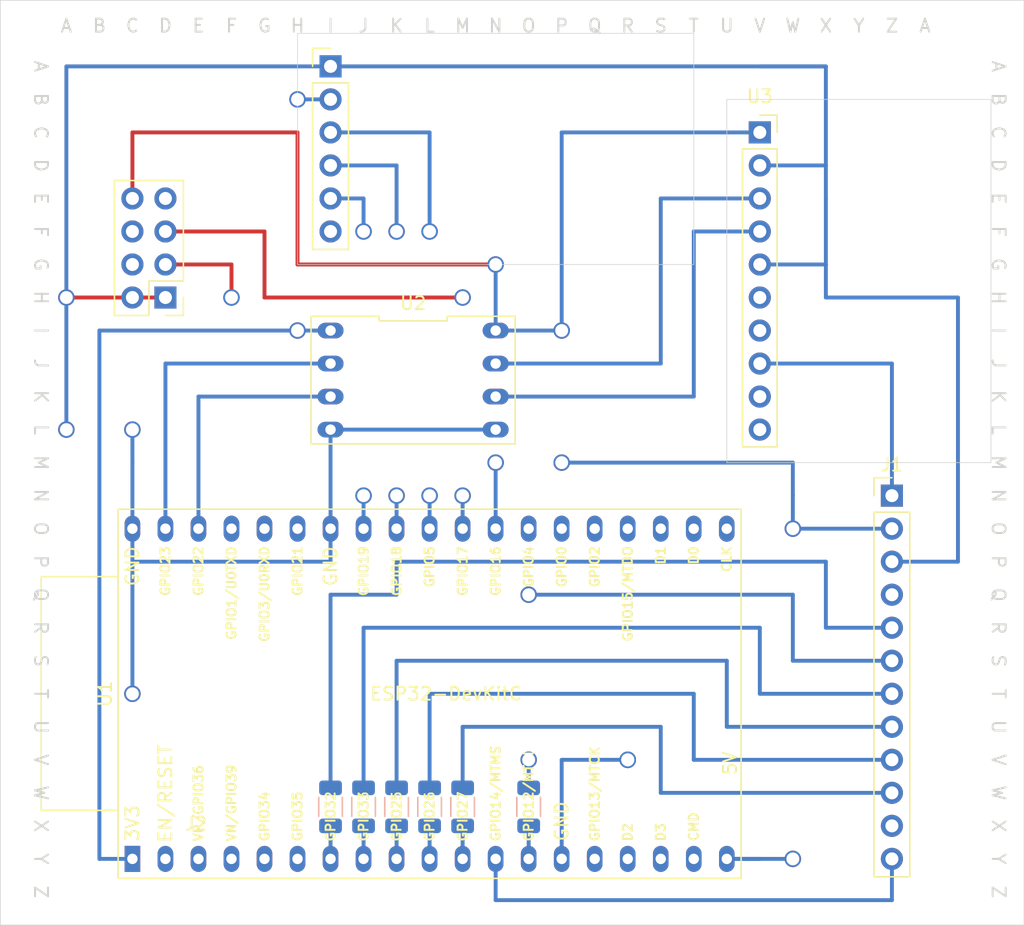
<source format=kicad_pcb>
(kicad_pcb (version 20241229) (generator "pcbnew") (generator_version "9.0")
  (layers (0 "F.Cu" signal) (4 "In1.Cu" signal) (6 "In2.Cu" signal) (2 "B.Cu" signal) (13 "F.Paste" user) (15 "B.Paste" user) (5 "F.SilkS" user "F.Silkscreen") (7 "B.SilkS" user "B.Silkscreen") (1 "F.Mask" user) (3 "B.Mask" user) (25 "Edge.Cuts" user))
  (net 0 "")
  (net 1 "GND")
  (net 2 "FAN230V_SLOW")
  (net 3 "HEATER")
  (net 4 "NC")
  (net 5 "MOTOR230V")
  (net 6 "VCC")
  (net 7 "LAMP230V")
  (net 8 "DOOR")
  (net 9 "INT_TEMPSENSOR")
  (net 10 "FAN230V")
  (net 11 "FAN12V")
  (net 12 "TX2")
  (net 13 "RX2")
  (net 14 "CS")
  (net 16 "SCK")
  (net 17 "SO")
  (net 18 "Net-(U1-32K_XP{slash}GPIO32{slash}ADC1_CH4)")
  (net 19 "Net-(U1-32K_XN{slash}GPIO33{slash}ADC1_CH5)")
  (net 20 "Net-(U1-MTDI{slash}GPIO12{slash}ADC2_CH5)")
  (net 21 "Net-(U1-DAC_1{slash}ADC2_CH8{slash}GPIO25)")
  (net 22 "Net-(U1-DAC_2{slash}ADC2_CH9{slash}GPIO26)")
  (net 23 "Net-(U1-ADC2_CH7{slash}GPIO27)")
  (net 46 "SDA_H")
  (net 47 "SCL_H")
  (net 48 "SDA_L")
  (net 49 "SCL_L")
  (net 50 "VDD")
  (footprint "Connector_PinHeader_2.54mm:PinHeader_1x06_P2.54mm_Vertical" (layer "F.Cu") (at 101.6 66.04)
    (property "Reference" "J3" (hide yes))
    (property "Value" "MAX6675")
    (fp_line (start -1.38 -1.38) (end 0 -1.38) (stroke (width 0.12)) (layer "F.SilkS"))
    (fp_line (start -1.38 0) (end -1.38 -1.38) (stroke (width 0.12)) (layer "F.SilkS"))
    (fp_line (start -1.38 1.27) (end -1.38 14.08) (stroke (width 0.12)) (layer "F.SilkS"))
    (fp_line (start -1.38 1.27) (end 1.38 1.27) (stroke (width 0.12)) (layer "F.SilkS"))
    (fp_line (start -1.38 14.08) (end 1.38 14.08) (stroke (width 0.12)) (layer "F.SilkS"))
    (fp_line (start 1.38 1.27) (end 1.38 14.08) (stroke (width 0.12)) (layer "F.SilkS"))
    (pad "1" thru_hole rect (at 0 0) (size 1.7 1.7) (drill 1) (layers "*.Cu" "*.Mask") (net 1 "GND"))
    (pad "2" thru_hole circle (at 0 2.54) (size 1.7 1.7) (drill 1) (layers "*.Cu" "*.Mask") (net 50 "VDD"))
    (pad "3" thru_hole circle (at 0 5.08) (size 1.7 1.7) (drill 1) (layers "*.Cu" "*.Mask") (net 14 "CS"))
    (pad "4" thru_hole circle (at 0 7.62) (size 1.7 1.7) (drill 1) (layers "*.Cu" "*.Mask") (net 16 "SCK"))
    (pad "5" thru_hole circle (at 0 10.16) (size 1.7 1.7) (drill 1) (layers "*.Cu" "*.Mask") (net 17 "SO"))
    (pad "6" thru_hole circle (at 0 12.7) (size 1.7 1.7) (drill 1) (layers "*.Cu" "*.Mask"))
  )
  (footprint "Connector_PinHeader_2.54mm:PinHeader_2x04_P2.54mm_Vertical" (layer "F.Cu") (at 88.9 83.82 180)
    (property "Reference" "J2" (at -2.3475 -40.48 0) (layer "F.SilkS"))
    (property "Value" "Conn_ESP32-S3")
    (fp_line (start 3.92 -1.38) (end 3.92 9) (stroke (width 0.12)) (layer "F.SilkS"))
    (fp_line (start 1.27 1.27) (end 1.27 -1.38) (stroke (width 0.12)) (layer "F.SilkS"))
    (fp_line (start 1.27 -1.38) (end 3.92 -1.38) (stroke (width 0.12)) (layer "F.SilkS"))
    (fp_line (start -1.38 9) (end 3.92 9) (stroke (width 0.12)) (layer "F.SilkS"))
    (fp_line (start -1.38 1.27) (end 1.27 1.27) (stroke (width 0.12)) (layer "F.SilkS"))
    (fp_line (start -1.38 1.27) (end -1.38 9) (stroke (width 0.12)) (layer "F.SilkS"))
    (fp_line (start -1.38 0) (end -1.38 -1.38) (stroke (width 0.12)) (layer "F.SilkS"))
    (fp_line (start -1.38 -1.38) (end 0 -1.38) (stroke (width 0.12)) (layer "F.SilkS"))
    (pad "1" thru_hole rect (at 0 0 180) (size 1.7 1.7) (drill 1) (layers "*.Cu" "*.Mask") (net 1 "GND"))
    (pad "2" thru_hole circle (at 2.54 0 180) (size 1.7 1.7) (drill 1) (layers "*.Cu" "*.Mask") (net 1 "GND"))
    (pad "3" thru_hole circle (at 0 2.54 180) (size 1.7 1.7) (drill 1) (layers "*.Cu" "*.Mask") (net 13 "RX2"))
    (pad "4" thru_hole circle (at 2.54 2.54 180) (size 1.7 1.7) (drill 1) (layers "*.Cu" "*.Mask"))
    (pad "5" thru_hole circle (at 0 5.08 180) (size 1.7 1.7) (drill 1) (layers "*.Cu" "*.Mask") (net 12 "TX2"))
    (pad "6" thru_hole circle (at 2.54 5.08 180) (size 1.7 1.7) (drill 1) (layers "*.Cu" "*.Mask"))
    (pad "7" thru_hole circle (at 0 7.62 180) (size 1.7 1.7) (drill 1) (layers "*.Cu" "*.Mask"))
    (pad "8" thru_hole circle (at 2.54 7.62 180) (size 1.7 1.7) (drill 1) (layers "*.Cu" "*.Mask") (net 6 "VCC"))
  )
  (footprint "Connector_PinSocket_2.54mm:PinSocket_1x10_P2.54mm_Vertical" (layer "F.Cu") (at 134.62 71.12)
    (property "Reference" "U3" (at 0 -2.77 0) (layer "F.SilkS"))
    (property "Value" "ADS1115_I2C_Shield")
    (fp_line (start -1.33 1.27) (end -1.33 24.19) (stroke (width 0.12)) (layer "F.SilkS"))
    (fp_line (start -1.33 1.27) (end 1.33 1.27) (stroke (width 0.12)) (layer "F.SilkS"))
    (fp_line (start -1.33 24.19) (end 1.33 24.19) (stroke (width 0.12)) (layer "F.SilkS"))
    (fp_line (start 0 -1.33) (end 1.33 -1.33) (stroke (width 0.12)) (layer "F.SilkS"))
    (fp_line (start 1.33 -1.33) (end 1.33 0) (stroke (width 0.12)) (layer "F.SilkS"))
    (fp_line (start 1.33 1.27) (end 1.33 24.19) (stroke (width 0.12)) (layer "F.SilkS"))
    (pad "1" thru_hole rect (at 0 0) (size 1.7 1.7) (drill 1) (layers "*.Cu" "*.Mask"))
    (pad "2" thru_hole circle (at 0 2.54) (size 1.7 1.7) (drill 1) (layers "*.Cu" "*.Mask") (net 1 "GND"))
    (pad "3" thru_hole circle (at 0 5.08) (size 1.7 1.7) (drill 1) (layers "*.Cu" "*.Mask") (net 47 "SCL_H"))
    (pad "4" thru_hole circle (at 0 7.62) (size 1.7 1.7) (drill 1) (layers "*.Cu" "*.Mask") (net 46 "SDA_H"))
    (pad "5" thru_hole circle (at 0 10.16) (size 1.7 1.7) (drill 1) (layers "*.Cu" "*.Mask") (net 1 "GND"))
    (pad "6" thru_hole circle (at 0 12.7) (size 1.7 1.7) (drill 1) (layers "*.Cu" "*.Mask"))
    (pad "7" thru_hole circle (at 0 15.24) (size 1.7 1.7) (drill 1) (layers "*.Cu" "*.Mask") (net 9 "INT_TEMPSENSOR"))
    (pad "8" thru_hole circle (at 0 17.78) (size 1.7 1.7) (drill 1) (layers "*.Cu" "*.Mask"))
    (pad "9" thru_hole circle (at 0 20.32) (size 1.7 1.7) (drill 1) (layers "*.Cu" "*.Mask"))
    (pad "10" thru_hole circle (at 0 22.86) (size 1.7 1.7) (drill 1) (layers "*.Cu" "*.Mask"))
  )
  (footprint "PCM_Espressif:ESP32-DevKitC" (layer "F.Cu") (at 86.36 127 90)
    (property "Reference" "U1" (at 12.7 -2.1 90) (layer "F.SilkS"))
    (property "Value" "ESP32-DevKitC" (at 12.7 24.13 0) (layer "F.SilkS"))
    (fp_line (start 21.71332 -7.01312) (end 21.71332 -1.12032) (stroke (width 0.12)) (layer "F.SilkS"))
    (fp_line (start 3.73012 -7.01312) (end 21.71332 -7.01312) (stroke (width 0.12)) (layer "F.SilkS"))
    (fp_line (start 3.73012 -1.12032) (end 3.73012 -7.01312) (stroke (width 0.12)) (layer "F.SilkS"))
    (fp_line (start 26.9 -1.1) (end -1.499999 -1.1) (stroke (width 0.12)) (layer "F.SilkS"))
    (fp_line (start -1.499999 -1.1) (end -1.5 46.82) (stroke (width 0.12)) (layer "F.SilkS"))
    (fp_line (start 26.899999 46.82) (end 26.9 -1.1) (stroke (width 0.12)) (layer "F.SilkS"))
    (fp_line (start -1.5 46.82) (end 26.899999 46.82) (stroke (width 0.12)) (layer "F.SilkS"))
    (fp_text user "GPIO18" (at 24.13 20.32 90) (layer "F.SilkS") (effects (font (size 0.7 0.7)) (justify right)))
    (fp_text user "GPIO22" (at 24.13 5.08 90) (layer "F.SilkS") (effects (font (size 0.7 0.7)) (justify right)))
    (fp_text user "GPIO12/MTDI" (at 1.27 30.48 90) (layer "F.SilkS") (effects (font (size 0.7 0.7)) (justify left)))
    (fp_text user "GPIO5" (at 24.13 22.86 90) (layer "F.SilkS") (effects (font (size 0.7 0.7)) (justify right)))
    (fp_text user "D2" (at 1.27 38.1 90) (layer "F.SilkS") (effects (font (size 0.7 0.7)) (justify left)))
    (fp_text user "3V3" (at 1.27 0 90) (layer "F.SilkS") (effects (justify left)))
    (fp_text user "GPIO35" (at 1.27 12.7 90) (layer "F.SilkS") (effects (font (size 0.7 0.7)) (justify left)))
    (fp_text user "GPIO25" (at 1.27 20.32 90) (layer "F.SilkS") (effects (font (size 0.7 0.7)) (justify left)))
    (fp_text user "GND" (at 24.13 0 90) (layer "F.SilkS") (effects (justify right)))
    (fp_text user "CMD" (at 1.27 43.18 90) (layer "F.SilkS") (effects (font (size 0.7 0.7)) (justify left)))
    (fp_text user "VP/GPIO36" (at 1.27 5.08 90) (layer "F.SilkS") (effects (font (size 0.7 0.7)) (justify left)))
    (fp_text user "D1" (at 24.13 40.64 90) (layer "F.SilkS") (effects (font (size 0.7 0.7)) (justify right)))
    (fp_text user "GPIO4" (at 24.13 30.48 90) (layer "F.SilkS") (effects (font (size 0.7 0.7)) (justify right)))
    (fp_text user "GPIO2" (at 24.13 35.56 90) (layer "F.SilkS") (effects (font (size 0.7 0.7)) (justify right)))
    (fp_text user "GPIO21" (at 24.13 12.7 90) (layer "F.SilkS") (effects (font (size 0.7 0.7)) (justify right)))
    (fp_text user "GPIO14/MTMS" (at 1.27 27.94 90) (layer "F.SilkS") (effects (font (size 0.7 0.7)) (justify left)))
    (fp_text user "GPIO13/MTCK" (at 1.27 35.56 90) (layer "F.SilkS") (effects (font (size 0.7 0.7)) (justify left)))
    (fp_text user "CLK" (at 24.13 45.72 90) (layer "F.SilkS") (effects (font (size 0.7 0.7)) (justify right)))
    (fp_text user "GPIO1/U0TXD" (at 24.13 7.62 90) (layer "F.SilkS") (effects (font (size 0.7 0.7)) (justify right)))
    (fp_text user "D3" (at 1.27 40.64 90) (layer "F.SilkS") (effects (font (size 0.7 0.7)) (justify left)))
    (fp_text user "GPIO16" (at 24.13 27.94 90) (layer "F.SilkS") (effects (font (size 0.7 0.7)) (justify right)))
    (fp_text user "GND" (at 1.27 33.02 90) (layer "F.SilkS") (effects (justify left)))
    (fp_text user "EN/RESET" (at 8.88632 2.53728 90) (layer "F.SilkS") (effects (justify right)))
    (fp_text user "GND" (at 24.13 15.24 90) (layer "F.SilkS") (effects (justify right)))
    (fp_text user "GPIO3/U0RXD" (at 24.13 10.16 90) (layer "F.SilkS") (effects (font (size 0.7 0.7)) (justify right)))
    (fp_text user "D0" (at 24.13 43.18 90) (layer "F.SilkS") (effects (font (size 0.7 0.7)) (justify right)))
    (fp_text user "GPIO33" (at 1.27 17.78 90) (layer "F.SilkS") (effects (font (size 0.7 0.7)) (justify left)))
    (fp_text user "GPIO32" (at 1.27 15.24 90) (layer "F.SilkS") (effects (font (size 0.7 0.7)) (justify left)))
    (fp_text user "GPIO15/MTDO" (at 24.13 38.1 90) (layer "F.SilkS") (effects (font (size 0.7 0.7)) (justify right)))
    (fp_text user "VN/GPIO39" (at 1.27 7.62 90) (layer "F.SilkS") (effects (font (size 0.7 0.7)) (justify left)))
    (fp_text user "GPIO34" (at 1.27 10.16 90) (layer "F.SilkS") (effects (font (size 0.7 0.7)) (justify left)))
    (fp_text user "GPIO17" (at 24.13 25.4 90) (layer "F.SilkS") (effects (font (size 0.7 0.7)) (justify right)))
    (fp_text user "GPIO26" (at 1.27 22.86 90) (layer "F.SilkS") (effects (font (size 0.7 0.7)) (justify left)))
    (fp_text user "5V" (at 6.34632 45.97128 90) (layer "F.SilkS") (effects (justify left)))
    (fp_text user "GPIO0" (at 24.13 33.02 90) (layer "F.SilkS") (effects (font (size 0.7 0.7)) (justify right)))
    (fp_text user "GPIO19" (at 24.13 17.78 90) (layer "F.SilkS") (effects (font (size 0.7 0.7)) (justify right)))
    (fp_text user "GPIO23" (at 24.13 2.54 90) (layer "F.SilkS") (effects (font (size 0.7 0.7)) (justify right)))
    (fp_text user "GPIO27" (at 1.27 25.4 90) (layer "F.SilkS") (effects (font (size 0.7 0.7)) (justify left)))
    (pad "1" thru_hole rect (at 0 0) (size 1.2 2) (drill 0.8) (layers "*.Cu" "*.Mask") (net 50 "VDD"))
    (pad "2" thru_hole oval (at 0 2.54) (size 1.2 2) (drill 0.8) (layers "*.Cu" "*.Mask"))
    (pad "3" thru_hole oval (at 0 5.08) (size 1.2 2) (drill 0.8) (layers "*.Cu" "*.Mask"))
    (pad "4" thru_hole oval (at 0 7.62) (size 1.2 2) (drill 0.8) (layers "*.Cu" "*.Mask"))
    (pad "5" thru_hole oval (at 0 10.16) (size 1.2 2) (drill 0.8) (layers "*.Cu" "*.Mask"))
    (pad "6" thru_hole oval (at 0 12.7) (size 1.2 2) (drill 0.8) (layers "*.Cu" "*.Mask"))
    (pad "7" thru_hole oval (at 0 15.24) (size 1.2 2) (drill 0.8) (layers "*.Cu" "*.Mask") (net 18 "Net-(U1-32K_XP{slash}GPIO32{slash}ADC1_CH4)"))
    (pad "8" thru_hole oval (at 0 17.78) (size 1.2 2) (drill 0.8) (layers "*.Cu" "*.Mask") (net 19 "Net-(U1-32K_XN{slash}GPIO33{slash}ADC1_CH5)"))
    (pad "9" thru_hole oval (at 0 20.32) (size 1.2 2) (drill 0.8) (layers "*.Cu" "*.Mask") (net 21 "Net-(U1-DAC_1{slash}ADC2_CH8{slash}GPIO25)"))
    (pad "10" thru_hole oval (at 0 22.86) (size 1.2 2) (drill 0.8) (layers "*.Cu" "*.Mask") (net 22 "Net-(U1-DAC_2{slash}ADC2_CH9{slash}GPIO26)"))
    (pad "11" thru_hole oval (at 0 25.4) (size 1.2 2) (drill 0.8) (layers "*.Cu" "*.Mask") (net 23 "Net-(U1-ADC2_CH7{slash}GPIO27)"))
    (pad "12" thru_hole oval (at 0 27.94) (size 1.2 2) (drill 0.8) (layers "*.Cu" "*.Mask") (net 8 "DOOR"))
    (pad "13" thru_hole oval (at 0 30.48) (size 1.2 2) (drill 0.8) (layers "*.Cu" "*.Mask") (net 20 "Net-(U1-MTDI{slash}GPIO12{slash}ADC2_CH5)"))
    (pad "14" thru_hole oval (at 0 33.02) (size 1.2 2) (drill 0.8) (layers "*.Cu" "*.Mask") (net 1 "GND"))
    (pad "15" thru_hole oval (at 0 35.56) (size 1.2 2) (drill 0.8) (layers "*.Cu" "*.Mask"))
    (pad "16" thru_hole oval (at 0 38.1) (size 1.2 2) (drill 0.8) (layers "*.Cu" "*.Mask"))
    (pad "17" thru_hole oval (at 0 40.64) (size 1.2 2) (drill 0.8) (layers "*.Cu" "*.Mask"))
    (pad "18" thru_hole oval (at 0 43.18) (size 1.2 2) (drill 0.8) (layers "*.Cu" "*.Mask"))
    (pad "19" thru_hole oval (at 0 45.72) (size 1.2 2) (drill 0.8) (layers "*.Cu" "*.Mask") (net 6 "VCC"))
    (pad "20" thru_hole oval (at 25.39632 45.71728) (size 1.2 2) (drill 0.8) (layers "*.Cu" "*.Mask"))
    (pad "21" thru_hole oval (at 25.39632 43.17728) (size 1.2 2) (drill 0.8) (layers "*.Cu" "*.Mask"))
    (pad "22" thru_hole oval (at 25.4 40.64) (size 1.2 2) (drill 0.8) (layers "*.Cu" "*.Mask"))
    (pad "23" thru_hole oval (at 25.4 38.1) (size 1.2 2) (drill 0.8) (layers "*.Cu" "*.Mask"))
    (pad "24" thru_hole oval (at 25.4 35.56) (size 1.2 2) (drill 0.8) (layers "*.Cu" "*.Mask"))
    (pad "25" thru_hole oval (at 25.4 33.02) (size 1.2 2) (drill 0.8) (layers "*.Cu" "*.Mask"))
    (pad "26" thru_hole oval (at 25.4 30.48) (size 1.2 2) (drill 0.8) (layers "*.Cu" "*.Mask"))
    (pad "27" thru_hole oval (at 25.4 27.94) (size 1.2 2) (drill 0.8) (layers "*.Cu" "*.Mask") (net 13 "RX2"))
    (pad "28" thru_hole oval (at 25.4 25.4) (size 1.2 2) (drill 0.8) (layers "*.Cu" "*.Mask") (net 12 "TX2"))
    (pad "29" thru_hole oval (at 25.4 22.86) (size 1.2 2) (drill 0.8) (layers "*.Cu" "*.Mask") (net 14 "CS"))
    (pad "30" thru_hole oval (at 25.4 20.32) (size 1.2 2) (drill 0.8) (layers "*.Cu" "*.Mask") (net 16 "SCK"))
    (pad "31" thru_hole oval (at 25.4 17.78) (size 1.2 2) (drill 0.8) (layers "*.Cu" "*.Mask") (net 17 "SO"))
    (pad "32" thru_hole oval (at 25.4 15.24) (size 1.2 2) (drill 0.8) (layers "*.Cu" "*.Mask") (net 1 "GND"))
    (pad "33" thru_hole oval (at 25.4 12.7) (size 1.2 2) (drill 0.8) (layers "*.Cu" "*.Mask"))
    (pad "34" thru_hole oval (at 25.4 10.16) (size 1.2 2) (drill 0.8) (layers "*.Cu" "*.Mask"))
    (pad "35" thru_hole oval (at 25.4 7.62) (size 1.2 2) (drill 0.8) (layers "*.Cu" "*.Mask"))
    (pad "36" thru_hole oval (at 25.4 5.08) (size 1.2 2) (drill 0.8) (layers "*.Cu" "*.Mask") (net 48 "SDA_L"))
    (pad "37" thru_hole oval (at 25.4 2.54) (size 1.2 2) (drill 0.8) (layers "*.Cu" "*.Mask") (net 49 "SCL_L"))
    (pad "38" thru_hole oval (at 25.4 0) (size 1.2 2) (drill 0.8) (layers "*.Cu" "*.Mask") (net 1 "GND"))
  )
  (footprint "Connector_Pin:LevelShifter_8pin_12.7mm" (layer "F.Cu") (at 107.95 90.17 -90)
    (property "Reference" "U2" (at -5.91 0 0) (layer "F.SilkS"))
    (property "Value" "~")
    (fp_line (start -4.91 7.85) (end 4.909999 7.85) (stroke (width 0.12)) (layer "F.SilkS"))
    (fp_line (start 4.909999 7.85) (end 4.91 -7.85) (stroke (width 0.12)) (layer "F.SilkS"))
    (fp_line (start -4.91 2.616666) (end -4.91 7.85) (stroke (width 0.12)) (layer "F.SilkS"))
    (fp_line (start -4.55 2.616666) (end -4.91 2.616666) (stroke (width 0.12)) (layer "F.SilkS"))
    (fp_line (start -4.91 -2.616666) (end -4.55 -2.616666) (stroke (width 0.12)) (layer "F.SilkS"))
    (fp_line (start -4.55 -2.616666) (end -4.55 2.616666) (stroke (width 0.12)) (layer "F.SilkS"))
    (fp_line (start -4.909999 -7.85) (end -4.91 -2.616666) (stroke (width 0.12)) (layer "F.SilkS"))
    (fp_line (start 4.91 -7.85) (end -4.909999 -7.85) (stroke (width 0.12)) (layer "F.SilkS"))
    (pad "1" thru_hole oval (at -3.81 6.35 270) (size 1.2 2) (drill 0.8) (layers "*.Cu" "*.Mask") (net 50 "VDD"))
    (pad "2" thru_hole oval (at -1.27 6.35 270) (size 1.2 2) (drill 0.8) (layers "*.Cu" "*.Mask") (net 49 "SCL_L"))
    (pad "3" thru_hole oval (at 1.27 6.35 270) (size 1.2 2) (drill 0.8) (layers "*.Cu" "*.Mask") (net 48 "SDA_L"))
    (pad "4" thru_hole oval (at 3.81 6.35 270) (size 1.2 2) (drill 0.8) (layers "*.Cu" "*.Mask") (net 1 "GND"))
    (pad "5" thru_hole oval (at 3.81 -6.35 270) (size 1.2 2) (drill 0.8) (layers "*.Cu" "*.Mask") (net 1 "GND"))
    (pad "6" thru_hole oval (at 1.27 -6.35 270) (size 1.2 2) (drill 0.8) (layers "*.Cu" "*.Mask") (net 46 "SDA_H"))
    (pad "7" thru_hole oval (at -1.27 -6.35 270) (size 1.2 2) (drill 0.8) (layers "*.Cu" "*.Mask") (net 47 "SCL_H"))
    (pad "8" thru_hole oval (at -3.81 -6.35 270) (size 1.2 2) (drill 0.8) (layers "*.Cu" "*.Mask") (net 6 "VCC"))
  )
  (footprint "Connector_PinHeader_2.54mm:PinHeader_1x12_P2.54mm_Vertical" (layer "F.Cu") (at 144.78 99.06)
    (property "Reference" "J1" (at 0 -2.38 0) (layer "F.SilkS"))
    (property "Value" "Board-Connector 12Pin")
    (fp_line (start -1.38 -1.38) (end 0 -1.38) (stroke (width 0.12)) (layer "F.SilkS"))
    (fp_line (start -1.38 0) (end -1.38 -1.38) (stroke (width 0.12)) (layer "F.SilkS"))
    (fp_line (start -1.38 1.27) (end -1.38 29.32) (stroke (width 0.12)) (layer "F.SilkS"))
    (fp_line (start -1.38 1.27) (end 1.38 1.27) (stroke (width 0.12)) (layer "F.SilkS"))
    (fp_line (start -1.38 29.32) (end 1.38 29.32) (stroke (width 0.12)) (layer "F.SilkS"))
    (fp_line (start 1.38 1.27) (end 1.38 29.32) (stroke (width 0.12)) (layer "F.SilkS"))
    (pad "1" thru_hole rect (at 0 0) (size 1.7 1.7) (drill 1) (layers "*.Cu" "*.Mask") (net 9 "INT_TEMPSENSOR"))
    (pad "2" thru_hole circle (at 0 2.54) (size 1.7 1.7) (drill 1) (layers "*.Cu" "*.Mask") (net 6 "VCC"))
    (pad "3" thru_hole circle (at 0 5.08) (size 1.7 1.7) (drill 1) (layers "*.Cu" "*.Mask") (net 1 "GND"))
    (pad "4" thru_hole circle (at 0 7.62) (size 1.7 1.7) (drill 1) (layers "*.Cu" "*.Mask") (net 4 "NC"))
    (pad "5" thru_hole circle (at 0 10.16) (size 1.7 1.7) (drill 1) (layers "*.Cu" "*.Mask") (net 11 "FAN12V"))
    (pad "6" thru_hole circle (at 0 12.7) (size 1.7 1.7) (drill 1) (layers "*.Cu" "*.Mask") (net 3 "HEATER"))
    (pad "7" thru_hole circle (at 0 15.24) (size 1.7 1.7) (drill 1) (layers "*.Cu" "*.Mask") (net 10 "FAN230V"))
    (pad "8" thru_hole circle (at 0 17.78) (size 1.7 1.7) (drill 1) (layers "*.Cu" "*.Mask") (net 7 "LAMP230V"))
    (pad "9" thru_hole circle (at 0 20.32) (size 1.7 1.7) (drill 1) (layers "*.Cu" "*.Mask") (net 5 "MOTOR230V"))
    (pad "10" thru_hole circle (at 0 22.86) (size 1.7 1.7) (drill 1) (layers "*.Cu" "*.Mask") (net 2 "FAN230V_SLOW"))
    (pad "11" thru_hole circle (at 0 25.4) (size 1.7 1.7) (drill 1) (layers "*.Cu" "*.Mask") (net 4 "NC"))
    (pad "12" thru_hole circle (at 0 27.94) (size 1.7 1.7) (drill 1) (layers "*.Cu" "*.Mask") (net 8 "DOOR"))
  )
  (footprint "Resistor_SMD:R_1206_3216Metric" (layer "B.Cu") (at 116.84 122.9975 -90)
    (property "Reference" "R3" (hide yes))
    (property "Value" "220" (hide yes))
    (fp_line (start -0.727064 0.91) (end 0.727064 0.91) (stroke (width 0.12)) (layer "B.SilkS"))
    (fp_line (start -0.727064 -0.91) (end 0.727064 -0.91) (stroke (width 0.12)) (layer "B.SilkS"))
    (pad "1" smd roundrect (at -1.4625 0 270) (size 1.125 1.75) (layers "B.Cu" "B.Mask" "B.Paste") (roundrect_rratio 0.222222) (net 3 "HEATER"))
    (pad "2" smd roundrect (at 1.4625 0 270) (size 1.125 1.75) (layers "B.Cu" "B.Mask" "B.Paste") (roundrect_rratio 0.222222) (net 20 "Net-(U1-MTDI{slash}GPIO12{slash}ADC2_CH5)"))
  )
  (footprint "Resistor_SMD:R_1206_3216Metric" (layer "B.Cu") (at 101.6 122.9975 -90)
    (property "Reference" "R1" (hide yes))
    (property "Value" "220" (hide yes))
    (fp_line (start -0.727064 0.91) (end 0.727064 0.91) (stroke (width 0.12)) (layer "B.SilkS"))
    (fp_line (start -0.727064 -0.91) (end 0.727064 -0.91) (stroke (width 0.12)) (layer "B.SilkS"))
    (pad "1" smd roundrect (at -1.4625 0 270) (size 1.125 1.75) (layers "B.Cu" "B.Mask" "B.Paste") (roundrect_rratio 0.222222) (net 11 "FAN12V"))
    (pad "2" smd roundrect (at 1.4625 0 270) (size 1.125 1.75) (layers "B.Cu" "B.Mask" "B.Paste") (roundrect_rratio 0.222222) (net 18 "Net-(U1-32K_XP{slash}GPIO32{slash}ADC1_CH4)"))
  )
  (footprint "Resistor_SMD:R_1206_3216Metric" (layer "B.Cu") (at 104.14 122.9975 -90)
    (property "Reference" "R2" (hide yes))
    (property "Value" "220" (hide yes))
    (fp_line (start -0.727064 0.91) (end 0.727064 0.91) (stroke (width 0.12)) (layer "B.SilkS"))
    (fp_line (start -0.727064 -0.91) (end 0.727064 -0.91) (stroke (width 0.12)) (layer "B.SilkS"))
    (pad "1" smd roundrect (at -1.4625 0 270) (size 1.125 1.75) (layers "B.Cu" "B.Mask" "B.Paste") (roundrect_rratio 0.222222) (net 10 "FAN230V"))
    (pad "2" smd roundrect (at 1.4625 0 270) (size 1.125 1.75) (layers "B.Cu" "B.Mask" "B.Paste") (roundrect_rratio 0.222222) (net 19 "Net-(U1-32K_XN{slash}GPIO33{slash}ADC1_CH5)"))
  )
  (footprint "Resistor_SMD:R_1206_3216Metric" (layer "B.Cu") (at 106.68 122.9975 90)
    (property "Reference" "R4" (hide yes))
    (property "Value" "220" (hide yes))
    (fp_line (start -0.727064 -0.91) (end 0.727064 -0.91) (stroke (width 0.12)) (layer "B.SilkS"))
    (fp_line (start -0.727064 0.91) (end 0.727064 0.91) (stroke (width 0.12)) (layer "B.SilkS"))
    (pad "1" smd roundrect (at -1.4625 0 90) (size 1.125 1.75) (layers "B.Cu" "B.Mask" "B.Paste") (roundrect_rratio 0.222222) (net 21 "Net-(U1-DAC_1{slash}ADC2_CH8{slash}GPIO25)"))
    (pad "2" smd roundrect (at 1.4625 0 90) (size 1.125 1.75) (layers "B.Cu" "B.Mask" "B.Paste") (roundrect_rratio 0.222222) (net 7 "LAMP230V"))
  )
  (footprint "Resistor_SMD:R_1206_3216Metric" (layer "B.Cu") (at 109.22 122.9975 90)
    (property "Reference" "R5" (hide yes))
    (property "Value" "220" (hide yes))
    (fp_line (start -0.727064 -0.91) (end 0.727064 -0.91) (stroke (width 0.12)) (layer "B.SilkS"))
    (fp_line (start -0.727064 0.91) (end 0.727064 0.91) (stroke (width 0.12)) (layer "B.SilkS"))
    (pad "1" smd roundrect (at -1.4625 0 90) (size 1.125 1.75) (layers "B.Cu" "B.Mask" "B.Paste") (roundrect_rratio 0.222222) (net 22 "Net-(U1-DAC_2{slash}ADC2_CH9{slash}GPIO26)"))
    (pad "2" smd roundrect (at 1.4625 0 90) (size 1.125 1.75) (layers "B.Cu" "B.Mask" "B.Paste") (roundrect_rratio 0.222222) (net 5 "MOTOR230V"))
  )
  (footprint "Resistor_SMD:R_1206_3216Metric" (layer "B.Cu") (at 111.76 122.9975 90)
    (property "Reference" "R6" (hide yes))
    (property "Value" "220" (hide yes))
    (fp_line (start -0.727064 -0.91) (end 0.727064 -0.91) (stroke (width 0.12)) (layer "B.SilkS"))
    (fp_line (start -0.727064 0.91) (end 0.727064 0.91) (stroke (width 0.12)) (layer "B.SilkS"))
    (pad "1" smd roundrect (at -1.4625 0 90) (size 1.125 1.75) (layers "B.Cu" "B.Mask" "B.Paste") (roundrect_rratio 0.222222) (net 23 "Net-(U1-ADC2_CH7{slash}GPIO27)"))
    (pad "2" smd roundrect (at 1.4625 0 90) (size 1.125 1.75) (layers "B.Cu" "B.Mask" "B.Paste") (roundrect_rratio 0.222222) (net 2 "FAN230V_SLOW"))
  )
  (gr_rect (start 99.06 63.5) (end 129.54 81.28) (stroke (width 0.05)) (fill no) (layer "Edge.Cuts"))
  (gr_rect (start 76.2 60.96) (end 154.94 132.08) (stroke (width 0.05)) (fill no) (layer "Edge.Cuts"))
  (gr_rect (start 132.08 68.58) (end 152.4 96.52) (stroke (width 0.05)) (fill no) (layer "Edge.Cuts"))
  (gr_text "A" (at 147.32 63.5 0) (layer "Edge.Cuts") (effects (font (size 1 1)) (justify bottom)))
  (gr_text "Y" (at 78.74 127 270) (layer "Edge.Cuts") (effects (font (size 1 1)) (justify bottom)))
  (gr_text "F" (at 93.98 63.5 0) (layer "Edge.Cuts") (effects (font (size 1 1)) (justify bottom)))
  (gr_text "G" (at 152.4 81.28 270) (layer "Edge.Cuts") (effects (font (size 1 1)) (justify bottom)))
  (gr_text "O\n" (at 116.84 63.5 0) (layer "Edge.Cuts") (effects (font (size 1 1)) (justify bottom)))
  (gr_text "W" (at 152.4 121.92 270) (layer "Edge.Cuts") (effects (font (size 1 1)) (justify bottom)))
  (gr_text "N" (at 152.4 99.06 270) (layer "Edge.Cuts") (effects (font (size 1 1)) (justify bottom)))
  (gr_text "W" (at 78.74 121.92 270) (layer "Edge.Cuts") (effects (font (size 1 1)) (justify bottom)))
  (gr_text "N" (at 78.74 99.06 270) (layer "Edge.Cuts") (effects (font (size 1 1)) (justify bottom)))
  (gr_text "V" (at 78.74 119.38 270) (layer "Edge.Cuts") (effects (font (size 1 1)) (justify bottom)))
  (gr_text "U" (at 132.08 63.5 0) (layer "Edge.Cuts") (effects (font (size 1 1)) (justify bottom)))
  (gr_text "J" (at 152.4 88.9 270) (layer "Edge.Cuts") (effects (font (size 1 1)) (justify bottom)))
  (gr_text "H\n" (at 99.06 63.5 0) (layer "Edge.Cuts") (effects (font (size 1 1)) (justify bottom)))
  (gr_text "I" (at 78.74 86.36 270) (layer "Edge.Cuts") (effects (font (size 1 1)) (justify bottom)))
  (gr_text "N" (at 114.3 63.5 0) (layer "Edge.Cuts") (effects (font (size 1 1)) (justify bottom)))
  (gr_text "D" (at 88.9 63.5 0) (layer "Edge.Cuts") (effects (font (size 1 1)) (justify bottom)))
  (gr_text "A" (at 152.4 66.04 270) (layer "Edge.Cuts") (effects (font (size 1 1)) (justify bottom)))
  (gr_text "F" (at 152.4 78.74 270) (layer "Edge.Cuts") (effects (font (size 1 1)) (justify bottom)))
  (gr_text "K" (at 78.74 91.44 270) (layer "Edge.Cuts") (effects (font (size 1 1)) (justify bottom)))
  (gr_text "R\n" (at 152.4 109.22 270) (layer "Edge.Cuts") (effects (font (size 1 1)) (justify bottom)))
  (gr_text "P" (at 119.38 63.5 0) (layer "Edge.Cuts") (effects (font (size 1 1)) (justify bottom)))
  (gr_text "R\n" (at 78.74 109.22 270) (layer "Edge.Cuts") (effects (font (size 1 1)) (justify bottom)))
  (gr_text "A" (at 78.74 66.04 270) (layer "Edge.Cuts") (effects (font (size 1 1)) (justify bottom)))
  (gr_text "L" (at 152.4 93.98 270) (layer "Edge.Cuts") (effects (font (size 1 1)) (justify bottom)))
  (gr_text "G" (at 78.74 81.28 270) (layer "Edge.Cuts") (effects (font (size 1 1)) (justify bottom)))
  (gr_text "Z" (at 144.78 63.5 0) (layer "Edge.Cuts") (effects (font (size 1 1)) (justify bottom)))
  (gr_text "P" (at 152.4 104.14 270) (layer "Edge.Cuts") (effects (font (size 1 1)) (justify bottom)))
  (gr_text "O\n" (at 152.4 101.6 270) (layer "Edge.Cuts") (effects (font (size 1 1)) (justify bottom)))
  (gr_text "T" (at 129.54 63.5 0) (layer "Edge.Cuts") (effects (font (size 1 1)) (justify bottom)))
  (gr_text "S" (at 78.74 111.76 270) (layer "Edge.Cuts") (effects (font (size 1 1)) (justify bottom)))
  (gr_text "O\n" (at 78.74 101.6 270) (layer "Edge.Cuts") (effects (font (size 1 1)) (justify bottom)))
  (gr_text "B" (at 83.82 63.5 0) (layer "Edge.Cuts") (effects (font (size 1 1)) (justify bottom)))
  (gr_text "M" (at 152.4 96.52 270) (layer "Edge.Cuts") (effects (font (size 1 1)) (justify bottom)))
  (gr_text "T" (at 78.74 114.3 270) (layer "Edge.Cuts") (effects (font (size 1 1)) (justify bottom)))
  (gr_text "C" (at 86.36 63.5 0) (layer "Edge.Cuts") (effects (font (size 1 1)) (justify bottom)))
  (gr_text "G" (at 96.52 63.5 0) (layer "Edge.Cuts") (effects (font (size 1 1)) (justify bottom)))
  (gr_text "J" (at 78.74 88.9 270) (layer "Edge.Cuts") (effects (font (size 1 1)) (justify bottom)))
  (gr_text "C" (at 152.4 71.12 270) (layer "Edge.Cuts") (effects (font (size 1 1)) (justify bottom)))
  (gr_text "X" (at 139.7 63.5 0) (layer "Edge.Cuts") (effects (font (size 1 1)) (justify bottom)))
  (gr_text "M" (at 111.76 63.5 0) (layer "Edge.Cuts") (effects (font (size 1 1)) (justify bottom)))
  (gr_text "K" (at 106.68 63.5 0) (layer "Edge.Cuts") (effects (font (size 1 1)) (justify bottom)))
  (gr_text "I" (at 152.4 86.36 270) (layer "Edge.Cuts") (effects (font (size 1 1)) (justify bottom)))
  (gr_text "Q" (at 152.4 106.68 270) (layer "Edge.Cuts") (effects (font (size 1 1)) (justify bottom)))
  (gr_text "Y" (at 142.24 63.5 0) (layer "Edge.Cuts") (effects (font (size 1 1)) (justify bottom)))
  (gr_text "E" (at 91.44 63.5 0) (layer "Edge.Cuts") (effects (font (size 1 1)) (justify bottom)))
  (gr_text "X" (at 78.74 124.46 270) (layer "Edge.Cuts") (effects (font (size 1 1)) (justify bottom)))
  (gr_text "Q" (at 78.74 106.68 270) (layer "Edge.Cuts") (effects (font (size 1 1)) (justify bottom)))
  (gr_text "A" (at 81.28 63.5 0) (layer "Edge.Cuts") (effects (font (size 1 1)) (justify bottom)))
  (gr_text "X" (at 152.4 124.46 270) (layer "Edge.Cuts") (effects (font (size 1 1)) (justify bottom)))
  (gr_text "Q" (at 121.92 63.5 0) (layer "Edge.Cuts") (effects (font (size 1 1)) (justify bottom)))
  (gr_text "F" (at 78.74 78.74 270) (layer "Edge.Cuts") (effects (font (size 1 1)) (justify bottom)))
  (gr_text "B" (at 78.74 68.58 270) (layer "Edge.Cuts") (effects (font (size 1 1)) (justify bottom)))
  (gr_text "Y" (at 152.4 127 270) (layer "Edge.Cuts") (effects (font (size 1 1)) (justify bottom)))
  (gr_text "J" (at 104.14 63.5 0) (layer "Edge.Cuts") (effects (font (size 1 1)) (justify bottom)))
  (gr_text "L" (at 78.74 93.98 270) (layer "Edge.Cuts") (effects (font (size 1 1)) (justify bottom)))
  (gr_text "U" (at 152.4 116.84 270) (layer "Edge.Cuts") (effects (font (size 1 1)) (justify bottom)))
  (gr_text "Z" (at 152.4 129.54 270) (layer "Edge.Cuts") (effects (font (size 1 1)) (justify bottom)))
  (gr_text "D" (at 152.4 73.66 270) (layer "Edge.Cuts") (effects (font (size 1 1)) (justify bottom)))
  (gr_text "H\n" (at 78.74 83.82 270) (layer "Edge.Cuts") (effects (font (size 1 1)) (justify bottom)))
  (gr_text "V" (at 152.4 119.38 270) (layer "Edge.Cuts") (effects (font (size 1 1)) (justify bottom)))
  (gr_text "Z" (at 78.74 129.54 270) (layer "Edge.Cuts") (effects (font (size 1 1)) (justify bottom)))
  (gr_text "S" (at 152.4 111.76 270) (layer "Edge.Cuts") (effects (font (size 1 1)) (justify bottom)))
  (gr_text "C" (at 78.74 71.12 270) (layer "Edge.Cuts") (effects (font (size 1 1)) (justify bottom)))
  (gr_text "R\n" (at 124.46 63.5 0) (layer "Edge.Cuts") (effects (font (size 1 1)) (justify bottom)))
  (gr_text "U" (at 78.74 116.84 270) (layer "Edge.Cuts") (effects (font (size 1 1)) (justify bottom)))
  (gr_text "D" (at 78.74 73.66 270) (layer "Edge.Cuts") (effects (font (size 1 1)) (justify bottom)))
  (gr_text "B" (at 152.4 68.58 270) (layer "Edge.Cuts") (effects (font (size 1 1)) (justify bottom)))
  (gr_text "V" (at 134.62 63.5 0) (layer "Edge.Cuts") (effects (font (size 1 1)) (justify bottom)))
  (gr_text "E" (at 152.4 76.2 270) (layer "Edge.Cuts") (effects (font (size 1 1)) (justify bottom)))
  (gr_text "E" (at 78.74 76.2 270) (layer "Edge.Cuts") (effects (font (size 1 1)) (justify bottom)))
  (gr_text "S" (at 127 63.5 0) (layer "Edge.Cuts") (effects (font (size 1 1)) (justify bottom)))
  (gr_text "L" (at 109.22 63.5 0) (layer "Edge.Cuts") (effects (font (size 1 1)) (justify bottom)))
  (gr_text "M" (at 78.74 96.52 270) (layer "Edge.Cuts") (effects (font (size 1 1)) (justify bottom)))
  (gr_text "T" (at 152.4 114.3 270) (layer "Edge.Cuts") (effects (font (size 1 1)) (justify bottom)))
  (gr_text "I" (at 101.6 63.5 0) (layer "Edge.Cuts") (effects (font (size 1 1)) (justify bottom)))
  (gr_text "H\n" (at 152.4 83.82 270) (layer "Edge.Cuts") (effects (font (size 1 1)) (justify bottom)))
  (gr_text "W" (at 137.16 63.5 0) (layer "Edge.Cuts") (effects (font (size 1 1)) (justify bottom)))
  (gr_text "P" (at 78.74 104.14 270) (layer "Edge.Cuts") (effects (font (size 1 1)) (justify bottom)))
  (gr_text "K" (at 152.4 91.44 270) (layer "Edge.Cuts") (effects (font (size 1 1)) (justify bottom)))
  (segment (start 81.28 83.82) (end 86.36 83.82) (width 0.3) (layer "F.Cu") (net 1))
  (segment (start 86.36 83.82) (end 88.9 83.82) (width 0.3) (layer "F.Cu") (net 1))
  (via (at 124.46 119.38) (size 1.27) (drill 0.9906) (layers "F.Cu" "B.Cu") (net 1))
  (via (at 81.28 93.98) (size 1.27) (drill 0.9906) (layers "F.Cu" "B.Cu") (net 1))
  (via (at 86.36 114.3) (size 1.27) (drill 0.9906) (layers "F.Cu" "B.Cu") (net 1))
  (via (at 124.46 119.38) (size 1.27) (drill 0.9906) (layers "F.Cu" "B.Cu") (net 1))
  (via (at 86.36 93.98) (size 1.27) (drill 0.9906) (layers "F.Cu" "B.Cu") (net 1))
  (via (at 124.46 119.38) (size 1.27) (drill 0.9906) (layers "F.Cu" "B.Cu") (net 1))
  (via (at 81.28 83.82) (size 1.27) (drill 0.9906) (layers "F.Cu" "B.Cu") (net 1))
  (segment (start 119.38 127) (end 119.38 119.38) (width 0.3) (layer "B.Cu") (net 1))
  (segment (start 134.62 66.04) (end 139.7 66.04) (width 0.3) (layer "B.Cu") (net 1))
  (segment (start 139.7 81.28) (end 139.7 76.2) (width 0.3) (layer "B.Cu") (net 1))
  (segment (start 86.36 96.52) (end 86.36 93.98) (width 0.3) (layer "B.Cu") (net 1))
  (segment (start 81.28 83.82) (end 81.28 93.98) (width 0.3) (layer "B.Cu") (net 1))
  (segment (start 81.28 66.04) (end 81.28 83.82) (width 0.3) (layer "B.Cu") (net 1))
  (segment (start 86.36 101.6) (end 86.36 104.14) (width 0.3) (layer "B.Cu") (net 1))
  (segment (start 101.6 93.98) (end 114.3 93.98) (width 0.3) (layer "B.Cu") (net 1))
  (segment (start 139.7 73.66) (end 139.7 76.2) (width 0.3) (layer "B.Cu") (net 1))
  (segment (start 144.78 104.14) (end 149.86 104.14) (width 0.3) (layer "B.Cu") (net 1))
  (segment (start 101.6 104.14) (end 101.6 101.6) (width 0.3) (layer "B.Cu") (net 1))
  (segment (start 119.38 119.38) (end 124.46 119.38) (width 0.3) (layer "B.Cu") (net 1))
  (segment (start 139.7 83.82) (end 139.7 81.28) (width 0.3) (layer "B.Cu") (net 1))
  (segment (start 149.86 104.14) (end 149.86 83.82) (width 0.3) (layer "B.Cu") (net 1))
  (segment (start 99.06 66.04) (end 139.7 66.04) (width 0.3) (layer "B.Cu") (net 1))
  (segment (start 86.36 96.52) (end 86.36 101.6) (width 0.3) (layer "B.Cu") (net 1))
  (segment (start 99.06 66.04) (end 81.28 66.04) (width 0.3) (layer "B.Cu") (net 1))
  (segment (start 86.36 104.14) (end 86.36 114.3) (width 0.3) (layer "B.Cu") (net 1))
  (segment (start 134.62 81.28) (end 139.7 81.28) (width 0.3) (layer "B.Cu") (net 1))
  (segment (start 86.36 104.14) (end 101.6 104.14) (width 0.3) (layer "B.Cu") (net 1))
  (segment (start 149.86 83.82) (end 139.7 83.82) (width 0.3) (layer "B.Cu") (net 1))
  (segment (start 134.62 73.66) (end 139.7 73.66) (width 0.3) (layer "B.Cu") (net 1))
  (segment (start 139.7 66.04) (end 139.7 73.66) (width 0.3) (layer "B.Cu") (net 1))
  (segment (start 101.6 101.6) (end 101.6 93.98) (width 0.3) (layer "B.Cu") (net 1))
  (segment (start 127 116.84) (end 111.76 116.84) (width 0.3) (layer "B.Cu") (net 2))
  (segment (start 144.78 121.92) (end 127 121.92) (width 0.3) (layer "B.Cu") (net 2))
  (segment (start 127 121.92) (end 127 116.84) (width 0.3) (layer "B.Cu") (net 2))
  (segment (start 111.76 116.84) (end 111.76 121.535) (width 0.3) (layer "B.Cu") (net 2))
  (via (at 116.84 106.68) (size 1.27) (drill 0.9906) (layers "F.Cu" "B.Cu") (net 3))
  (via (at 116.84 119.38) (size 1.27) (drill 0.9906) (layers "F.Cu" "B.Cu") (net 3))
  (segment (start 116.84 119.38) (end 116.84 121.535) (width 0.3) (layer "B.Cu") (net 3))
  (segment (start 137.16 106.68) (end 137.16 111.76) (width 0.3) (layer "B.Cu") (net 3))
  (segment (start 137.16 111.76) (end 144.78 111.76) (width 0.3) (layer "B.Cu") (net 3))
  (segment (start 116.84 106.68) (end 137.16 106.68) (width 0.3) (layer "B.Cu") (net 3))
  (segment (start 129.54 114.3) (end 109.22 114.3) (width 0.3) (layer "B.Cu") (net 5))
  (segment (start 144.78 119.38) (end 129.54 119.38) (width 0.3) (layer "B.Cu") (net 5))
  (segment (start 109.22 114.3) (end 109.22 121.535) (width 0.3) (layer "B.Cu") (net 5))
  (segment (start 129.54 119.38) (end 129.54 114.3) (width 0.3) (layer "B.Cu") (net 5))
  (segment (start 86.36 71.12) (end 86.36 76.2) (width 0.3) (layer "F.Cu") (net 6))
  (segment (start 99.06 81.28) (end 99.06 71.12) (width 0.3) (layer "F.Cu") (net 6))
  (segment (start 114.3 81.28) (end 99.06 81.28) (width 0.3) (layer "F.Cu") (net 6))
  (segment (start 99.06 71.12) (end 86.36 71.12) (width 0.3) (layer "F.Cu") (net 6))
  (via (at 119.38 96.52) (size 1.27) (drill 0.9906) (layers "F.Cu" "B.Cu") (net 6))
  (via (at 137.16 127) (size 1.27) (drill 0.9906) (layers "F.Cu" "B.Cu") (net 6))
  (via (at 137.16 101.6) (size 1.27) (drill 0.9906) (layers "F.Cu" "B.Cu") (net 6))
  (via (at 114.3 81.28) (size 1.27) (drill 0.9906) (layers "F.Cu" "B.Cu") (net 6))
  (via (at 119.38 86.36) (size 1.27) (drill 0.9906) (layers "F.Cu" "B.Cu") (net 6))
  (segment (start 137.16 96.52) (end 119.38 96.52) (width 0.3) (layer "B.Cu") (net 6))
  (segment (start 137.16 99.06) (end 137.16 96.52) (width 0.3) (layer "B.Cu") (net 6))
  (segment (start 134.62 71.12) (end 119.38 71.12) (width 0.3) (layer "B.Cu") (net 6))
  (segment (start 137.16 101.6) (end 137.16 99.06) (width 0.3) (layer "B.Cu") (net 6))
  (segment (start 119.38 71.12) (end 119.38 86.36) (width 0.3) (layer "B.Cu") (net 6))
  (segment (start 132.08 127) (end 137.16 127) (width 0.3) (layer "B.Cu") (net 6))
  (segment (start 134.62 127) (end 132.08 127) (width 0.3) (layer "B.Cu") (net 6))
  (segment (start 114.3 86.36) (end 114.3 81.28) (width 0.3) (layer "B.Cu") (net 6))
  (segment (start 144.78 101.6) (end 137.16 101.6) (width 0.3) (layer "B.Cu") (net 6))
  (segment (start 114.3 86.36) (end 119.38 86.36) (width 0.3) (layer "B.Cu") (net 6))
  (segment (start 106.68 111.76) (end 106.68 121.535) (width 0.3) (layer "B.Cu") (net 7))
  (segment (start 132.08 111.76) (end 106.68 111.76) (width 0.3) (layer "B.Cu") (net 7))
  (segment (start 144.78 116.84) (end 132.08 116.84) (width 0.3) (layer "B.Cu") (net 7))
  (segment (start 132.08 116.84) (end 132.08 111.76) (width 0.3) (layer "B.Cu") (net 7))
  (segment (start 114.3 127) (end 114.3 130.175) (width 0.3) (layer "B.Cu") (net 8))
  (segment (start 144.78 130.175) (end 144.78 127) (width 0.3) (layer "B.Cu") (net 8))
  (segment (start 114.3 130.175) (end 144.78 130.175) (width 0.3) (layer "B.Cu") (net 8))
  (segment (start 144.78 88.9) (end 134.62 88.9) (width 0.3) (layer "B.Cu") (net 9))
  (segment (start 144.78 99.06) (end 144.78 88.9) (width 0.3) (layer "B.Cu") (net 9))
  (segment (start 134.62 109.22) (end 104.14 109.22) (width 0.3) (layer "B.Cu") (net 10))
  (segment (start 144.78 114.3) (end 134.62 114.3) (width 0.3) (layer "B.Cu") (net 10))
  (segment (start 134.62 114.3) (end 134.62 109.22) (width 0.3) (layer "B.Cu") (net 10))
  (segment (start 104.14 109.22) (end 104.14 121.535) (width 0.3) (layer "B.Cu") (net 10))
  (segment (start 139.7 109.22) (end 139.7 104.14) (width 0.3) (layer "B.Cu") (net 11))
  (segment (start 106.68 104.14) (end 106.68 106.68) (width 0.3) (layer "B.Cu") (net 11))
  (segment (start 101.6 106.68) (end 101.6 121.535) (width 0.3) (layer "B.Cu") (net 11))
  (segment (start 139.7 104.14) (end 106.68 104.14) (width 0.3) (layer "B.Cu") (net 11))
  (segment (start 106.68 106.68) (end 101.6 106.68) (width 0.3) (layer "B.Cu") (net 11))
  (segment (start 144.78 109.22) (end 139.7 109.22) (width 0.3) (layer "B.Cu") (net 11))
  (segment (start 96.52 78.74) (end 96.52 83.82) (width 0.3) (layer "F.Cu") (net 12))
  (segment (start 88.9 78.74) (end 96.52 78.74) (width 0.3) (layer "F.Cu") (net 12))
  (segment (start 96.52 83.82) (end 111.76 83.82) (width 0.3) (layer "F.Cu") (net 12))
  (via (at 111.76 99.06) (size 1.27) (drill 0.9906) (layers "F.Cu" "B.Cu") (net 12))
  (via (at 111.76 83.82) (size 1.27) (drill 0.9906) (layers "F.Cu" "B.Cu") (net 12))
  (segment (start 111.76 101.6) (end 111.76 99.06) (width 0.3) (layer "B.Cu") (net 12))
  (segment (start 88.9 81.28) (end 93.98 81.28) (width 0.3) (layer "F.Cu") (net 13))
  (segment (start 93.98 81.28) (end 93.98 83.82) (width 0.3) (layer "F.Cu") (net 13))
  (via (at 114.3 96.52) (size 1.27) (drill 0.9906) (layers "F.Cu" "B.Cu") (net 13))
  (via (at 93.98 83.82) (size 1.27) (drill 0.9906) (layers "F.Cu" "B.Cu") (net 13))
  (segment (start 114.3 101.6) (end 114.3 96.52) (width 0.3) (layer "B.Cu") (net 13))
  (via (at 109.22 78.74) (size 1.27) (drill 0.9906) (layers "F.Cu" "B.Cu") (net 14))
  (via (at 109.22 99.06) (size 1.27) (drill 0.9906) (layers "F.Cu" "B.Cu") (net 14))
  (segment (start 109.22 101.6) (end 109.22 99.06) (width 0.3) (layer "B.Cu") (net 14))
  (segment (start 109.22 71.12) (end 101.6 71.12) (width 0.3) (layer "B.Cu") (net 14))
  (segment (start 109.22 71.12) (end 109.22 78.74) (width 0.3) (layer "B.Cu") (net 14))
  (via (at 106.68 78.74) (size 1.27) (drill 0.9906) (layers "F.Cu" "B.Cu") (net 16))
  (via (at 106.68 99.06) (size 1.27) (drill 0.9906) (layers "F.Cu" "B.Cu") (net 16))
  (segment (start 101.6 73.66) (end 106.68 73.66) (width 0.3) (layer "B.Cu") (net 16))
  (segment (start 106.68 101.6) (end 106.68 99.06) (width 0.3) (layer "B.Cu") (net 16))
  (segment (start 106.68 73.66) (end 106.68 78.74) (width 0.3) (layer "B.Cu") (net 16))
  (via (at 104.14 78.74) (size 1.27) (drill 0.9906) (layers "F.Cu" "B.Cu") (net 17))
  (via (at 104.14 99.06) (size 1.27) (drill 0.9906) (layers "F.Cu" "B.Cu") (net 17))
  (segment (start 104.14 101.6) (end 104.14 99.06) (width 0.3) (layer "B.Cu") (net 17))
  (segment (start 104.14 76.2) (end 104.14 78.74) (width 0.3) (layer "B.Cu") (net 17))
  (segment (start 101.6 76.2) (end 104.14 76.2) (width 0.3) (layer "B.Cu") (net 17))
  (segment (start 101.6 124.46) (end 101.6 127) (width 0.3) (layer "B.Cu") (net 18))
  (segment (start 104.14 124.46) (end 104.14 127) (width 0.3) (layer "B.Cu") (net 19))
  (segment (start 116.84 124.46) (end 116.84 127) (width 0.3) (layer "B.Cu") (net 20))
  (segment (start 106.68 124.46) (end 106.68 127) (width 0.3) (layer "B.Cu") (net 21))
  (segment (start 109.22 124.46) (end 109.22 127) (width 0.3) (layer "B.Cu") (net 22))
  (segment (start 111.76 124.46) (end 111.76 127) (width 0.3) (layer "B.Cu") (net 23))
  (segment (start 134.62 78.74) (end 129.54 78.74) (width 0.3) (layer "B.Cu") (net 46))
  (segment (start 129.54 78.74) (end 129.54 91.44) (width 0.3) (layer "B.Cu") (net 46))
  (segment (start 129.54 91.44) (end 114.3 91.44) (width 0.3) (layer "B.Cu") (net 46))
  (segment (start 127 76.2) (end 127 88.9) (width 0.3) (layer "B.Cu") (net 47))
  (segment (start 134.62 76.2) (end 127 76.2) (width 0.3) (layer "B.Cu") (net 47))
  (segment (start 127 88.9) (end 114.3 88.9) (width 0.3) (layer "B.Cu") (net 47))
  (segment (start 91.44 91.44) (end 101.6 91.44) (width 0.3) (layer "B.Cu") (net 48))
  (segment (start 91.44 101.6) (end 91.44 91.44) (width 0.3) (layer "B.Cu") (net 48))
  (segment (start 88.9 88.9) (end 101.6 88.9) (width 0.3) (layer "B.Cu") (net 49))
  (segment (start 88.9 101.6) (end 88.9 88.9) (width 0.3) (layer "B.Cu") (net 49))
  (via (at 99.06 68.58) (size 1.27) (drill 0.9906) (layers "F.Cu" "B.Cu") (net 50))
  (via (at 99.06 86.36) (size 1.27) (drill 0.9906) (layers "F.Cu" "B.Cu") (net 50))
  (segment (start 99.06 86.36) (end 83.82 86.36) (width 0.3) (layer "B.Cu") (net 50))
  (segment (start 83.82 86.36) (end 83.82 127) (width 0.3) (layer "B.Cu") (net 50))
  (segment (start 101.6 86.36) (end 99.06 86.36) (width 0.3) (layer "B.Cu") (net 50))
  (segment (start 101.6 68.58) (end 99.06 68.58) (width 0.3) (layer "B.Cu") (net 50))
  (segment (start 83.82 127) (end 86.36 127) (width 0.3) (layer "B.Cu") (net 50))
)
</source>
